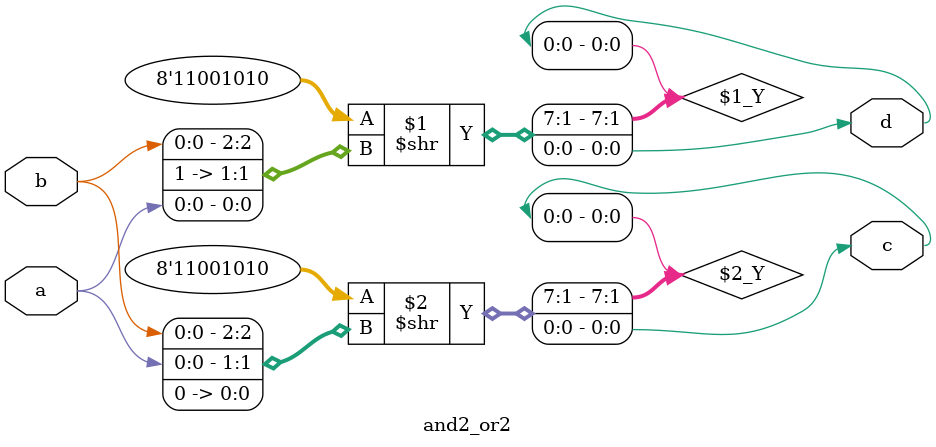
<source format=v>
/* Generated by Yosys 0.17+76 (git sha1 035496b50, gcc 9.1.0 -fPIC -Os) */

(* top =  1  *)
(* src = "./rtl/and2_or2/and2_or2.v:8.1-22.10" *)
module and2_or2(a, b, c, d);
  (* src = "./rtl/and2_or2/and2_or2.v:14.12-14.13" *)
  input a;
  wire a;
  (* src = "./rtl/and2_or2/and2_or2.v:15.12-15.13" *)
  input b;
  wire b;
  (* src = "./rtl/and2_or2/and2_or2.v:16.13-16.14" *)
  output c;
  wire c;
  (* src = "./rtl/and2_or2/and2_or2.v:17.13-17.14" *)
  output d;
  wire d;
  assign d = 8'hca >> { b, 1'h1, a };
  assign c = 8'hca >> { b, a, 1'h0 };
endmodule

</source>
